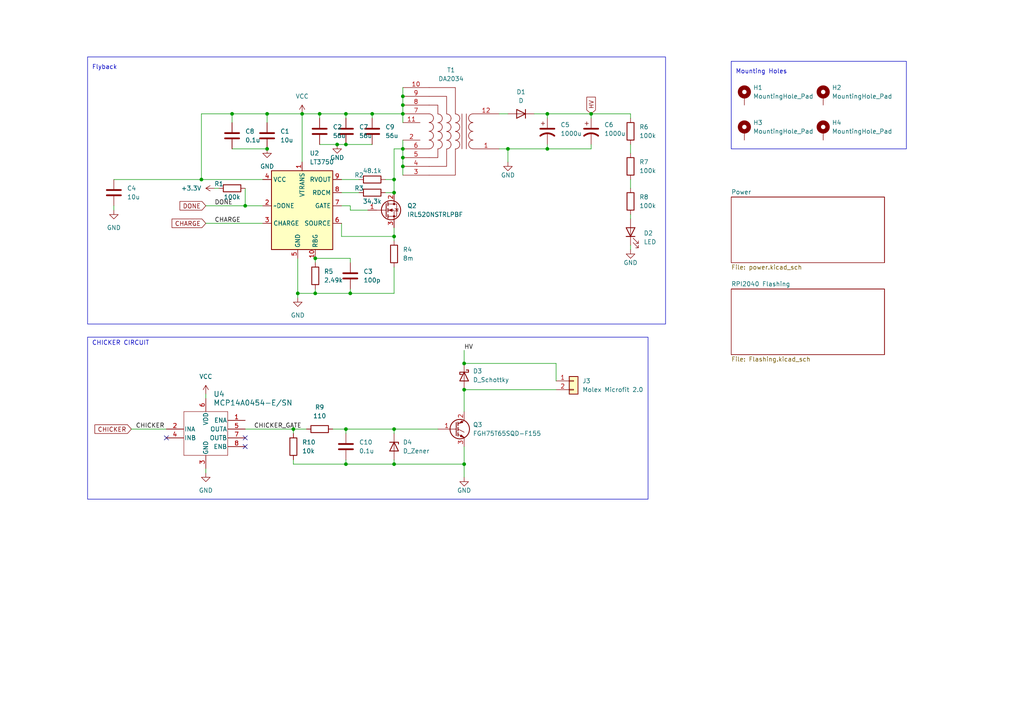
<source format=kicad_sch>
(kicad_sch (version 20230121) (generator eeschema)
  (paper "A4")
  (lib_symbols
    (symbol "Connector_Generic:Conn_01x02" (pin_names (offset 1.016) hide)
      (property "Reference" "J" (at 0 2.54 0))
      (property "Value" "Conn_01x02" (at 0 -5.08 0))
      (symbol "Conn_01x02_1_1"
        (rectangle (start -1.27 -2.413) (end 0 -2.667) (stroke (width 0.1524)))
        (rectangle (start -1.27 0.127) (end 0 -0.127) (stroke (width 0.1524)))
        (rectangle (start -1.27 1.27) (end 1.27 -3.81) (stroke (width 0.254)) (fill (type background)))
        (pin passive line (at -5.08 0 0) (length 3.81) (name "Pin_1") (number "1"))
        (pin passive line (at -5.08 -2.54 0) (length 3.81) (name "Pin_2") (number "2"))
      )
    )
    (symbol "Device:C" (pin_numbers hide) (pin_names (offset 0.254))
      (property "Reference" "C" (at 0.635 2.54 0))
      (property "Value" "C" (at 0.635 -2.54 0))
      (symbol "C_0_1"
        (polyline (pts (xy -2.032 -0.762) (xy 2.032 -0.762)) (stroke (width 0.508)))
        (polyline (pts (xy -2.032 0.762) (xy 2.032 0.762)) (stroke (width 0.508)))
      )
      (symbol "C_1_1"
        (pin passive line (at 0 3.81 270) (length 2.794) (name "~") (number "1"))
        (pin passive line (at 0 -3.81 90) (length 2.794) (name "~") (number "2"))
      )
    )
    (symbol "Device:C_Polarized_US" (pin_numbers hide) (pin_names (offset 0.254) hide)
      (property "Reference" "C" (at 0.635 2.54 0))
      (property "Value" "C_Polarized_US" (at 0.635 -2.54 0))
      (symbol "C_Polarized_US_0_1"
        (polyline (pts (xy -2.032 0.762) (xy 2.032 0.762)) (stroke (width 0.508)))
        (polyline (pts (xy -1.778 2.286) (xy -0.762 2.286)))
        (polyline (pts (xy -1.27 1.778) (xy -1.27 2.794)))
        (arc (start 2.032 -1.27) (mid 0 -0.5572) (end -2.032 -1.27) (stroke (width 0.508)))
      )
      (symbol "C_Polarized_US_1_1"
        (pin passive line (at 0 3.81 270) (length 2.794) (name "~") (number "1"))
        (pin passive line (at 0 -3.81 90) (length 3.302) (name "~") (number "2"))
      )
    )
    (symbol "Device:D" (pin_numbers hide) (pin_names (offset 1.016) hide)
      (property "Reference" "D" (at 0 2.54 0))
      (property "Value" "D" (at 0 -2.54 0))
      (symbol "D_0_1"
        (polyline (pts (xy -1.27 1.27) (xy -1.27 -1.27)) (stroke (width 0.254)))
        (polyline (pts (xy 1.27 0) (xy -1.27 0)))
        (polyline (pts (xy 1.27 1.27) (xy 1.27 -1.27) (xy -1.27 0) (xy 1.27 1.27)) (stroke (width 0.254)))
      )
      (symbol "D_1_1"
        (pin passive line (at -3.81 0 0) (length 2.54) (name "K") (number "1"))
        (pin passive line (at 3.81 0 180) (length 2.54) (name "A") (number "2"))
      )
    )
    (symbol "Device:D_Schottky" (pin_numbers hide) (pin_names (offset 1.016) hide)
      (property "Reference" "D" (at 0 2.54 0))
      (property "Value" "D_Schottky" (at 0 -2.54 0))
      (symbol "D_Schottky_0_1"
        (polyline (pts (xy 1.27 0) (xy -1.27 0)))
        (polyline (pts (xy 1.27 1.27) (xy 1.27 -1.27) (xy -1.27 0) (xy 1.27 1.27)) (stroke (width 0.254)))
        (polyline (pts (xy -1.905 0.635) (xy -1.905 1.27) (xy -1.27 1.27) (xy -1.27 -1.27) (xy -0.635 -1.27) (xy -0.635 -0.635)) (stroke (width 0.254)))
      )
      (symbol "D_Schottky_1_1"
        (pin passive line (at -3.81 0 0) (length 2.54) (name "K") (number "1"))
        (pin passive line (at 3.81 0 180) (length 2.54) (name "A") (number "2"))
      )
    )
    (symbol "Device:D_Zener" (pin_numbers hide) (pin_names (offset 1.016) hide)
      (property "Reference" "D" (at 0 2.54 0))
      (property "Value" "D_Zener" (at 0 -2.54 0))
      (symbol "D_Zener_0_1"
        (polyline (pts (xy 1.27 0) (xy -1.27 0)))
        (polyline (pts (xy -1.27 -1.27) (xy -1.27 1.27) (xy -0.762 1.27)) (stroke (width 0.254)))
        (polyline (pts (xy 1.27 -1.27) (xy 1.27 1.27) (xy -1.27 0) (xy 1.27 -1.27)) (stroke (width 0.254)))
      )
      (symbol "D_Zener_1_1"
        (pin passive line (at -3.81 0 0) (length 2.54) (name "K") (number "1"))
        (pin passive line (at 3.81 0 180) (length 2.54) (name "A") (number "2"))
      )
    )
    (symbol "Device:LED" (pin_numbers hide) (pin_names (offset 1.016) hide)
      (property "Reference" "D" (at 0 2.54 0))
      (property "Value" "LED" (at 0 -2.54 0))
      (symbol "LED_0_1"
        (polyline (pts (xy -1.27 -1.27) (xy -1.27 1.27)) (stroke (width 0.254)))
        (polyline (pts (xy -1.27 0) (xy 1.27 0)))
        (polyline (pts (xy 1.27 -1.27) (xy 1.27 1.27) (xy -1.27 0) (xy 1.27 -1.27)) (stroke (width 0.254)))
        (polyline (pts (xy -3.048 -0.762) (xy -4.572 -2.286) (xy -3.81 -2.286) (xy -4.572 -2.286) (xy -4.572 -1.524)))
        (polyline (pts (xy -1.778 -0.762) (xy -3.302 -2.286) (xy -2.54 -2.286) (xy -3.302 -2.286) (xy -3.302 -1.524)))
      )
      (symbol "LED_1_1"
        (pin passive line (at -3.81 0 0) (length 2.54) (name "K") (number "1"))
        (pin passive line (at 3.81 0 180) (length 2.54) (name "A") (number "2"))
      )
    )
    (symbol "Device:R" (pin_numbers hide) (pin_names (offset 0))
      (property "Reference" "R" (at 2.032 0 90))
      (property "Value" "R" (at 0 0 90))
      (symbol "R_0_1"
        (rectangle (start -1.016 -2.54) (end 1.016 2.54) (stroke (width 0.254)))
      )
      (symbol "R_1_1"
        (pin passive line (at 0 3.81 270) (length 1.27) (name "~") (number "1"))
        (pin passive line (at 0 -3.81 90) (length 1.27) (name "~") (number "2"))
      )
    )
    (symbol "Mechanical:MountingHole_Pad" (pin_numbers hide) (pin_names (offset 1.016) hide)
      (property "Reference" "H" (at 0 6.35 0))
      (property "Value" "MountingHole_Pad" (at 0 4.445 0))
      (symbol "MountingHole_Pad_0_1"
        (circle (center 0 1.27) (radius 1.27) (stroke (width 1.27)))
      )
      (symbol "MountingHole_Pad_1_1"
        (pin input line (at 0 -2.54 90) (length 2.54) (name "1") (number "1"))
      )
    )
    (symbol "Transistor_FET:IRFS4127" (pin_names hide)
      (property "Reference" "Q" (at 5.08 1.905 0))
      (property "Value" "IRFS4127" (at 5.08 0 0))
      (symbol "IRFS4127_0_1"
        (polyline (pts (xy 0.254 0) (xy -2.54 0)))
        (polyline (pts (xy 0.254 1.905) (xy 0.254 -1.905)) (stroke (width 0.254)))
        (polyline (pts (xy 0.762 -1.27) (xy 0.762 -2.286)) (stroke (width 0.254)))
        (polyline (pts (xy 0.762 0.508) (xy 0.762 -0.508)) (stroke (width 0.254)))
        (polyline (pts (xy 0.762 2.286) (xy 0.762 1.27)) (stroke (width 0.254)))
        (polyline (pts (xy 2.54 2.54) (xy 2.54 1.778)))
        (polyline (pts (xy 2.54 -2.54) (xy 2.54 0) (xy 0.762 0)))
        (polyline (pts (xy 0.762 -1.778) (xy 3.302 -1.778) (xy 3.302 1.778) (xy 0.762 1.778)))
        (polyline (pts (xy 1.016 0) (xy 2.032 0.381) (xy 2.032 -0.381) (xy 1.016 0)) (fill (type outline)))
        (polyline (pts (xy 2.794 0.508) (xy 2.921 0.381) (xy 3.683 0.381) (xy 3.81 0.254)))
        (polyline (pts (xy 3.302 0.381) (xy 2.921 -0.254) (xy 3.683 -0.254) (xy 3.302 0.381)))
        (circle (center 1.651 0) (radius 2.794) (stroke (width 0.254)))
        (circle (center 2.54 -1.778) (radius 0.254) (fill (type outline)))
        (circle (center 2.54 1.778) (radius 0.254) (fill (type outline)))
      )
      (symbol "IRFS4127_1_1"
        (pin passive line (at -5.08 0 0) (length 2.54) (name "G") (number "1"))
        (pin passive line (at 2.54 5.08 270) (length 2.54) (name "D") (number "2"))
        (pin passive line (at 2.54 -5.08 90) (length 2.54) (name "S") (number "3"))
      )
    )
    (symbol "Transistor_IGBT:IRG4PF50W" (pin_names (offset 0) hide)
      (property "Reference" "Q" (at 5.08 1.905 0))
      (property "Value" "IRG4PF50W" (at 5.08 0 0))
      (symbol "IRG4PF50W_0_1"
        (polyline (pts (xy 0 0) (xy 0.254 0)))
        (polyline (pts (xy 0.762 -1.016) (xy 0.762 -2.032)) (stroke (width 0.254)))
        (polyline (pts (xy 0.762 0.508) (xy 0.762 -0.508)) (stroke (width 0.254)))
        (polyline (pts (xy 0.762 2.032) (xy 0.762 1.016)) (stroke (width 0.254)))
        (polyline (pts (xy 2.54 -2.413) (xy 0.762 -1.524)))
        (polyline (pts (xy 2.54 -0.889) (xy 0.762 0)))
        (polyline (pts (xy 2.54 2.413) (xy 0.762 1.524)))
        (polyline (pts (xy 0.254 1.905) (xy 0.254 -1.905) (xy 0.254 -1.905)) (stroke (width 0.254)))
        (polyline (pts (xy 1.397 -2.159) (xy 1.651 -1.651) (xy 2.54 -2.413) (xy 1.397 -2.159)) (fill (type outline)))
        (polyline (pts (xy 2.159 1.905) (xy 1.905 2.413) (xy 1.016 1.651) (xy 2.159 1.905)) (fill (type outline)))
        (circle (center 1.27 0) (radius 2.8194) (stroke (width 0.254)))
      )
      (symbol "IRG4PF50W_1_1"
        (pin input line (at -5.08 0 0) (length 5.08) (name "G") (number "1"))
        (pin passive line (at 2.54 5.08 270) (length 2.54) (name "C") (number "2"))
        (pin passive line (at 2.54 -5.08 90) (length 2.54) (name "E") (number "3"))
      )
    )
    (symbol "bots:DA2034" (pin_names (offset 1.016) hide)
      (property "Reference" "T" (at 0 6.35 0))
      (property "Value" "DA2034" (at 10.16 8.89 0))
      (symbol "DA2034_0_1"
        (arc (start -10.16 -5.0546) (mid -9.2761 -4.6863) (end -8.89 -3.81))
        (arc (start -10.16 -2.5146) (mid -9.2761 -2.1463) (end -8.89 -1.27))
        (arc (start -10.16 0.0254) (mid -9.2761 0.3937) (end -8.89 1.27))
        (arc (start -10.16 2.5654) (mid -9.2761 2.9337) (end -8.89 3.81))
        (arc (start -8.89 -3.81) (mid -9.262 -2.912) (end -10.16 -2.54))
        (arc (start -8.89 -1.27) (mid -9.262 -0.372) (end -10.16 0))
        (arc (start -8.89 1.27) (mid -9.262 2.168) (end -10.16 2.54))
        (arc (start -8.89 3.81) (mid -9.262 4.708) (end -10.16 5.08))
        (arc (start -7.6116 -5.0716) (mid -6.7226 -4.7162) (end -6.3233 -3.8459))
        (arc (start -7.6017 -2.5589) (mid -6.7178 -2.1906) (end -6.3317 -1.3143))
        (arc (start -7.6017 -0.0189) (mid -6.7178 0.3494) (end -6.3317 1.2257))
        (arc (start -7.6017 2.5211) (mid -6.7178 2.8894) (end -6.3317 3.7657))
        (arc (start -6.3416 -3.8016) (mid -6.716 -2.906) (end -7.6116 -2.5316))
        (arc (start -6.3317 -1.3143) (mid -6.7037 -0.4163) (end -7.6017 -0.0443))
        (arc (start -6.3317 1.2257) (mid -6.7037 2.1237) (end -7.6017 2.4957))
        (arc (start -6.3317 3.7657) (mid -6.7037 4.6637) (end -7.6017 5.0357))
        (arc (start -5.0617 -5.0989) (mid -4.1778 -4.7306) (end -3.7917 -3.8543))
        (arc (start -5.0617 -2.5589) (mid -4.1778 -2.1906) (end -3.7917 -1.3143))
        (arc (start -5.0617 -0.0189) (mid -4.1778 0.3494) (end -3.7917 1.2257))
        (arc (start -5.0617 2.5211) (mid -4.1778 2.8894) (end -3.7917 3.7657))
        (arc (start -3.7917 -3.8543) (mid -4.1637 -2.9563) (end -5.0617 -2.5843))
        (arc (start -3.7917 -1.3143) (mid -4.1637 -0.4163) (end -5.0617 -0.0443))
        (arc (start -3.7917 1.2257) (mid -4.1637 2.1237) (end -5.0617 2.4957))
        (arc (start -3.7917 3.7657) (mid -4.1637 4.6637) (end -5.0617 5.0357))
        (arc (start -2.5217 -5.0989) (mid -1.6378 -4.7306) (end -1.2517 -3.8543))
        (arc (start -2.5217 -2.5589) (mid -1.6378 -2.1906) (end -1.2517 -1.3143))
        (arc (start -2.5217 -0.0189) (mid -1.6378 0.3494) (end -1.2517 1.2257))
        (arc (start -2.5217 2.5211) (mid -1.6378 2.8894) (end -1.2517 3.7657))
        (arc (start -1.2517 -3.8543) (mid -1.6237 -2.9563) (end -2.5217 -2.5843))
        (arc (start -1.2517 -1.3143) (mid -1.6237 -0.4163) (end -2.5217 -0.0443))
        (arc (start -1.2517 1.2257) (mid -1.6237 2.1237) (end -2.5217 2.4957))
        (arc (start -1.2517 3.7657) (mid -1.6237 4.6637) (end -2.5217 5.0357))
        (polyline (pts (xy -0.635 5.08) (xy -0.635 -5.08)))
        (polyline (pts (xy 0.635 -5.08) (xy 0.635 5.08)))
        (polyline (pts (xy -10.16 -12.7) (xy -2.54 -12.7) (xy -2.54 -5.08)))
        (polyline (pts (xy -10.16 -7.62) (xy -7.62 -7.62) (xy -7.62 -5.08)))
        (polyline (pts (xy -10.16 7.62) (xy -7.62 7.62) (xy -7.62 5.08)))
        (polyline (pts (xy -10.16 12.7) (xy -2.54 12.7) (xy -2.54 5.08)))
        (polyline (pts (xy -5.08 -5.08) (xy -5.08 -10.16) (xy -10.16 -10.16)))
        (polyline (pts (xy -5.08 5.08) (xy -5.08 10.16) (xy -10.16 10.16)))
        (arc (start 1.2954 -1.27) (mid 1.6599 -2.1501) (end 2.54 -2.5146))
        (arc (start 1.2954 1.27) (mid 1.6599 0.3899) (end 2.54 0.0254))
        (arc (start 1.2954 3.81) (mid 1.6599 2.9299) (end 2.54 2.5654))
        (arc (start 1.3208 -3.81) (mid 1.6853 -4.6901) (end 2.5654 -5.0546))
        (arc (start 2.54 0) (mid 1.642 -0.372) (end 1.2954 -1.27))
        (arc (start 2.54 2.54) (mid 1.642 2.168) (end 1.2954 1.27))
        (arc (start 2.54 5.08) (mid 1.642 4.708) (end 1.2954 3.81))
        (arc (start 2.5654 -2.54) (mid 1.6674 -2.912) (end 1.3208 -3.81))
      )
      (symbol "DA2034_1_1"
        (pin passive line (at 10.16 -5.08 180) (length 7.62) (name "SB") (number "1"))
        (pin passive line (at -17.78 12.7 0) (length 7.62) (name "AA") (number "10"))
        (pin passive line (at -17.78 2.54 0) (length 5) (name "AA") (number "11"))
        (pin passive line (at 10.16 5.08 180) (length 7.62) (name "SB") (number "12"))
        (pin passive line (at -17.78 -2.54 0) (length 5) (name "AA") (number "2"))
        (pin passive line (at -17.78 -12.7 0) (length 7.62) (name "AB") (number "3"))
        (pin passive line (at -17.78 -10.16 0) (length 7.62) (name "AB") (number "4"))
        (pin passive line (at -17.78 -7.62 0) (length 7.62) (name "AB") (number "5"))
        (pin passive line (at -17.78 -5.08 0) (length 7.62) (name "AA") (number "6"))
        (pin passive line (at -17.78 5.08 0) (length 7.62) (name "AA") (number "7"))
        (pin passive line (at -17.78 7.62 0) (length 7.62) (name "AA") (number "8"))
        (pin passive line (at -17.78 10.16 0) (length 7.62) (name "AA") (number "9"))
      )
    )
    (symbol "bots:LT3750"
      (property "Reference" "U1" (at 2.54 13.97 0))
      (property "Value" "LT3750" (at 2.54 11.43 0))
      (symbol "LT3750_0_1"
        (rectangle (start -7.62 10.16) (end 10.16 -12.7) (stroke (width 0.254)) (fill (type background)))
      )
      (symbol "LT3750_1_1"
        (pin output line (at 1.27 12.7 270) (length 2.54) (name "VTRANS") (number "1"))
        (pin input line (at 5.08 -15.24 90) (length 2.54) (name "RBG") (number "10"))
        (pin input line (at -10.16 0 0) (length 2.54) (name "~DONE") (number "2"))
        (pin input line (at -10.16 -5.08 0) (length 2.54) (name "CHARGE") (number "3"))
        (pin power_in line (at -10.16 7.62 0) (length 2.54) (name "VCC") (number "4"))
        (pin power_in line (at 0 -15.24 90) (length 2.54) (name "GND") (number "5"))
        (pin input line (at 12.7 -5.08 180) (length 2.54) (name "SOURCE") (number "6"))
        (pin output line (at 12.7 0 180) (length 2.54) (name "GATE") (number "7"))
        (pin input line (at 12.7 3.81 180) (length 2.54) (name "RDCM") (number "8"))
        (pin input line (at 12.7 7.62 180) (length 2.54) (name "RVOUT") (number "9"))
      )
    )
    (symbol "bots:MCP14A0454-E_SN" (pin_names (offset 0.254))
      (property "Reference" "U" (at 20.32 10.16 0))
      (property "Value" "MCP14A0454-E/SN" (at 20.32 7.62 0))
      (symbol "MCP14A0454-E_SN_0_1"
        (polyline (pts (xy 7.62 -8.89) (xy 20.32 -8.89)) (stroke (width 0.127)))
        (polyline (pts (xy 7.62 3.81) (xy 7.62 -8.89)) (stroke (width 0.127)))
        (polyline (pts (xy 20.32 -8.89) (xy 20.32 3.81)) (stroke (width 0.127)))
        (polyline (pts (xy 20.32 3.81) (xy 7.62 3.81)) (stroke (width 0.127)))
      )
      (symbol "MCP14A0454-E_SN_1_1"
        (pin input line (at 25.4 1.27 180) (length 4.99) (name "ENA") (number "1"))
        (pin input line (at 2.54 -1.27 0) (length 4.95) (name "INA") (number "2"))
        (pin power_out line (at 13.97 -12.7 90) (length 3.75) (name "GND") (number "3"))
        (pin input line (at 2.54 -3.81 0) (length 4.95) (name "INB") (number "4"))
        (pin output line (at 25.4 -1.27 180) (length 4.99) (name "OUTA") (number "5"))
        (pin power_in line (at 13.97 7.62 270) (length 3.75) (name "VDD") (number "6"))
        (pin output line (at 25.4 -3.81 180) (length 4.99) (name "OUTB") (number "7"))
        (pin input line (at 25.4 -6.35 180) (length 4.99) (name "ENB") (number "8"))
      )
    )
    (symbol "power:+3.3V" (power) (pin_names (offset 0))
      (property "Value" "+3.3V" (at 0 3.556 0))
      (symbol "+3.3V_0_1"
        (polyline (pts (xy -0.762 1.27) (xy 0 2.54)))
        (polyline (pts (xy 0 0) (xy 0 2.54)))
        (polyline (pts (xy 0 2.54) (xy 0.762 1.27)))
      )
      (symbol "+3.3V_1_1"
        (pin power_in line (at 0 0 90) (length 0) hide (name "+3.3V") (number "1"))
      )
    )
    (symbol "power:GND" (power) (pin_names (offset 0))
      (property "Value" "GND" (at 0 -3.81 0))
      (symbol "GND_0_1"
        (polyline (pts (xy 0 0) (xy 0 -1.27) (xy 1.27 -1.27) (xy 0 -2.54) (xy -1.27 -1.27) (xy 0 -1.27)))
      )
      (symbol "GND_1_1"
        (pin power_in line (at 0 0 270) (length 0) hide (name "GND") (number "1"))
      )
    )
    (symbol "power:VCC" (power) (pin_names (offset 0))
      (property "Value" "VCC" (at 0 3.81 0))
      (symbol "VCC_0_1"
        (polyline (pts (xy -0.762 1.27) (xy 0 2.54)))
        (polyline (pts (xy 0 0) (xy 0 2.54)))
        (polyline (pts (xy 0 2.54) (xy 0.762 1.27)))
      )
      (symbol "VCC_1_1"
        (pin power_in line (at 0 0 90) (length 0) hide (name "VCC") (number "1"))
      )
    )
  )
  (junction (at 77.47 33.02))
  (junction (at 100.33 33.02))
  (junction (at 134.62 113.03))
  (junction (at 114.3 52.07))
  (junction (at 77.47 43.18))
  (junction (at 147.32 43.18))
  (junction (at 158.75 33.02))
  (junction (at 86.36 85.09))
  (junction (at 101.6 85.09))
  (junction (at 100.33 41.91))
  (junction (at 58.42 52.07))
  (junction (at 71.12 59.69))
  (junction (at 91.44 85.09))
  (junction (at 100.33 134.62))
  (junction (at 116.84 30.48))
  (junction (at 114.3 55.88))
  (junction (at 116.84 45.72))
  (junction (at 91.44 74.93))
  (junction (at 158.75 43.18))
  (junction (at 114.3 124.46))
  (junction (at 85.09 124.46))
  (junction (at 114.3 68.58))
  (junction (at 67.31 33.02))
  (junction (at 134.62 105.41))
  (junction (at 116.84 33.02))
  (junction (at 116.84 48.26))
  (junction (at 116.84 43.18))
  (junction (at 92.71 33.02))
  (junction (at 107.95 33.02))
  (junction (at 87.63 33.02))
  (junction (at 97.79 41.91))
  (junction (at 134.62 134.62))
  (junction (at 116.84 27.94))
  (junction (at 171.45 33.02))
  (junction (at 100.33 124.46))
  (junction (at 114.3 134.62))
  (no_connect (at 71.12 129.54))
  (no_connect (at 48.26 127))
  (no_connect (at 71.12 127))
  (wire (pts (xy 101.6 85.09) (xy 114.3 85.09)))
  (wire (pts (xy 158.75 33.02) (xy 171.45 33.02)))
  (wire (pts (xy 100.33 33.02) (xy 100.33 34.29)))
  (wire (pts (xy 134.62 101.6) (xy 134.62 105.41)))
  (wire (pts (xy 100.33 133.35) (xy 100.33 134.62)))
  (wire (pts (xy 114.3 134.62) (xy 134.62 134.62)))
  (wire (pts (xy 33.02 52.07) (xy 58.42 52.07)))
  (wire (pts (xy 171.45 41.91) (xy 171.45 43.18)))
  (wire (pts (xy 59.69 59.69) (xy 71.12 59.69)))
  (wire (pts (xy 182.88 34.29) (xy 182.88 33.02)))
  (wire (pts (xy 100.33 124.46) (xy 114.3 124.46)))
  (wire (pts (xy 58.42 33.02) (xy 58.42 52.07)))
  (wire (pts (xy 171.45 34.29) (xy 171.45 33.02)))
  (wire (pts (xy 99.06 52.07) (xy 104.14 52.07)))
  (wire (pts (xy 99.06 55.88) (xy 104.14 55.88)))
  (wire (pts (xy 99.06 68.58) (xy 99.06 64.77)))
  (wire (pts (xy 154.94 33.02) (xy 158.75 33.02)))
  (wire (pts (xy 71.12 54.61) (xy 71.12 59.69)))
  (wire (pts (xy 116.84 48.26) (xy 116.84 50.8)))
  (wire (pts (xy 114.3 133.35) (xy 114.3 134.62)))
  (wire (pts (xy 107.95 33.02) (xy 107.95 34.29)))
  (wire (pts (xy 59.69 135.89) (xy 59.69 137.16)))
  (wire (pts (xy 161.29 113.03) (xy 134.62 113.03)))
  (wire (pts (xy 71.12 124.46) (xy 85.09 124.46)))
  (wire (pts (xy 100.33 134.62) (xy 114.3 134.62)))
  (wire (pts (xy 116.84 25.4) (xy 116.84 27.94)))
  (wire (pts (xy 67.31 33.02) (xy 58.42 33.02)))
  (wire (pts (xy 144.78 33.02) (xy 147.32 33.02)))
  (wire (pts (xy 85.09 124.46) (xy 85.09 125.73)))
  (wire (pts (xy 85.09 134.62) (xy 100.33 134.62)))
  (wire (pts (xy 158.75 43.18) (xy 147.32 43.18)))
  (wire (pts (xy 116.84 30.48) (xy 116.84 33.02)))
  (wire (pts (xy 59.69 114.3) (xy 59.69 115.57)))
  (wire (pts (xy 171.45 43.18) (xy 158.75 43.18)))
  (wire (pts (xy 114.3 124.46) (xy 127 124.46)))
  (wire (pts (xy 88.9 124.46) (xy 85.09 124.46)))
  (wire (pts (xy 77.47 33.02) (xy 87.63 33.02)))
  (wire (pts (xy 161.29 105.41) (xy 161.29 110.49)))
  (wire (pts (xy 86.36 85.09) (xy 86.36 86.36)))
  (wire (pts (xy 71.12 59.69) (xy 76.2 59.69)))
  (wire (pts (xy 134.62 134.62) (xy 134.62 138.43)))
  (wire (pts (xy 101.6 59.69) (xy 99.06 59.69)))
  (wire (pts (xy 182.88 62.23) (xy 182.88 63.5)))
  (wire (pts (xy 116.84 27.94) (xy 116.84 30.48)))
  (wire (pts (xy 114.3 52.07) (xy 114.3 55.88)))
  (wire (pts (xy 91.44 83.82) (xy 91.44 85.09)))
  (wire (pts (xy 99.06 68.58) (xy 114.3 68.58)))
  (wire (pts (xy 92.71 41.91) (xy 97.79 41.91)))
  (wire (pts (xy 114.3 68.58) (xy 114.3 66.04)))
  (wire (pts (xy 158.75 41.91) (xy 158.75 43.18)))
  (wire (pts (xy 144.78 43.18) (xy 147.32 43.18)))
  (wire (pts (xy 147.32 43.18) (xy 147.32 46.99)))
  (wire (pts (xy 161.29 105.41) (xy 134.62 105.41)))
  (wire (pts (xy 111.76 52.07) (xy 114.3 52.07)))
  (wire (pts (xy 114.3 43.18) (xy 114.3 52.07)))
  (wire (pts (xy 182.88 71.12) (xy 182.88 72.39)))
  (wire (pts (xy 38.1 124.46) (xy 48.26 124.46)))
  (wire (pts (xy 67.31 33.02) (xy 77.47 33.02)))
  (wire (pts (xy 86.36 74.93) (xy 86.36 85.09)))
  (wire (pts (xy 58.42 52.07) (xy 76.2 52.07)))
  (wire (pts (xy 33.02 60.96) (xy 33.02 59.69)))
  (wire (pts (xy 182.88 52.07) (xy 182.88 54.61)))
  (wire (pts (xy 97.79 41.91) (xy 100.33 41.91)))
  (wire (pts (xy 114.3 77.47) (xy 114.3 85.09)))
  (wire (pts (xy 134.62 113.03) (xy 134.62 119.38)))
  (wire (pts (xy 101.6 60.96) (xy 101.6 59.69)))
  (wire (pts (xy 116.84 33.02) (xy 116.84 35.56)))
  (wire (pts (xy 101.6 83.82) (xy 101.6 85.09)))
  (wire (pts (xy 100.33 33.02) (xy 107.95 33.02)))
  (wire (pts (xy 182.88 41.91) (xy 182.88 44.45)))
  (wire (pts (xy 86.36 85.09) (xy 91.44 85.09)))
  (wire (pts (xy 114.3 43.18) (xy 116.84 43.18)))
  (wire (pts (xy 96.52 124.46) (xy 100.33 124.46)))
  (wire (pts (xy 158.75 33.02) (xy 158.75 34.29)))
  (wire (pts (xy 91.44 74.93) (xy 101.6 74.93)))
  (wire (pts (xy 116.84 40.64) (xy 116.84 43.18)))
  (wire (pts (xy 77.47 33.02) (xy 77.47 35.56)))
  (wire (pts (xy 85.09 133.35) (xy 85.09 134.62)))
  (wire (pts (xy 111.76 55.88) (xy 114.3 55.88)))
  (wire (pts (xy 59.69 64.77) (xy 76.2 64.77)))
  (wire (pts (xy 87.63 33.02) (xy 87.63 46.99)))
  (wire (pts (xy 101.6 74.93) (xy 101.6 76.2)))
  (wire (pts (xy 114.3 125.73) (xy 114.3 124.46)))
  (wire (pts (xy 92.71 33.02) (xy 100.33 33.02)))
  (wire (pts (xy 107.95 33.02) (xy 116.84 33.02)))
  (wire (pts (xy 62.23 54.61) (xy 63.5 54.61)))
  (wire (pts (xy 87.63 33.02) (xy 92.71 33.02)))
  (wire (pts (xy 67.31 43.18) (xy 77.47 43.18)))
  (wire (pts (xy 114.3 68.58) (xy 114.3 69.85)))
  (wire (pts (xy 116.84 43.18) (xy 116.84 45.72)))
  (wire (pts (xy 91.44 85.09) (xy 101.6 85.09)))
  (wire (pts (xy 134.62 129.54) (xy 134.62 134.62)))
  (wire (pts (xy 67.31 35.56) (xy 67.31 33.02)))
  (wire (pts (xy 100.33 41.91) (xy 107.95 41.91)))
  (wire (pts (xy 171.45 33.02) (xy 182.88 33.02)))
  (wire (pts (xy 116.84 45.72) (xy 116.84 48.26)))
  (wire (pts (xy 100.33 124.46) (xy 100.33 125.73)))
  (wire (pts (xy 91.44 74.93) (xy 91.44 76.2)))
  (wire (pts (xy 92.71 33.02) (xy 92.71 34.29)))
  (wire (pts (xy 101.6 60.96) (xy 106.68 60.96)))
  (rectangle (start 25.4 97.79) (end 187.96 144.78))
  (rectangle (start 25.4 16.51) (end 193.04 93.98))
  (rectangle (start 212.09 17.78) (end 262.89 43.18))
  (text "Flyback" (at 26.67 20.32 0) (effects (font (size 1.27 1.27)) (justify left bottom)))
  (text "Mounting Holes" (at 213.36 21.59 0) (effects (font (size 1.27 1.27)) (justify left bottom)))
  (text "CHICKER CIRCUIT" (at 26.67 100.33 0) (effects (font (size 1.27 1.27)) (justify left bottom)))
  (label "HV" (at 134.62 101.6 0))
  (label "CHICKER" (at 39.37 124.46 0))
  (label "CHICKER_GATE" (at 73.66 124.46 0))
  (label "DONE" (at 62.23 59.69 0))
  (label "CHARGE" (at 62.23 64.77 0))
  (global_label "DONE" (shape input) (at 59.69 59.69 180) (property "Intersheetrefs" "${INTERSHEET_REFS}" (effects hide)))
  (global_label "CHARGE" (shape input) (at 59.69 64.77 180) (property "Intersheetrefs" "${INTERSHEET_REFS}" (effects hide)))
  (global_label "CHICKER" (shape input) (at 38.1 124.46 180) (property "Intersheetrefs" "${INTERSHEET_REFS}" (effects hide)))
  (global_label "HV" (shape input) (at 171.45 33.02 90) (property "Intersheetrefs" "${INTERSHEET_REFS}" (effects hide)))
  (symbol (lib_id "Device:C") (at 101.6 80.01 0) (unit 1)
    (property "Reference" "C3" (at 105.41 78.74 0) (effects (justify left)))
    (property "Value" "100p" (at 105.41 81.28 0) (effects (justify left)))
    (property "Footprint" "Capacitor_SMD:C_0603_1608Metric" (effects hide))
  )
  (symbol (lib_id "Device:R") (at 107.95 55.88 90) (unit 1)
    (property "Reference" "R3" (at 104.14 54.61 90))
    (property "Value" "34.3k" (at 107.95 58.42 90))
    (property "Footprint" "Resistor_SMD:R_0603_1608Metric" (effects hide))
  )
  (symbol (lib_id "power:GND") (at 59.69 137.16 0) (unit 1)
    (property "Reference" "#PWR021" (effects hide))
    (property "Value" "GND" (at 59.69 142.24 0))
  )
  (symbol (lib_id "power:GND") (at 33.02 60.96 0) (unit 1)
    (property "Reference" "#PWR02" (effects hide))
    (property "Value" "GND" (at 33.02 66.04 0))
  )
  (symbol (lib_id "Device:R") (at 91.44 80.01 180) (unit 1)
    (property "Reference" "R5" (at 93.98 78.74 0) (effects (justify right)))
    (property "Value" "2.49k" (at 93.98 81.28 0) (effects (justify right)))
    (property "Footprint" "Resistor_SMD:R_0603_1608Metric" (effects hide))
  )
  (symbol (lib_id "Device:D_Schottky") (at 134.62 109.22 270) (unit 1)
    (property "Reference" "D3" (at 137.16 107.6325 90) (effects (justify left)))
    (property "Value" "D_Schottky" (at 137.16 110.1725 90) (effects (justify left)))
    (property "Footprint" "Diode_SMD:D_SMC" (effects hide))
  )
  (symbol (lib_id "power:VCC") (at 87.63 33.02 0) (unit 1)
    (property "Reference" "#PWR09" (effects hide))
    (property "Value" "VCC" (at 87.63 27.94 0))
  )
  (symbol (lib_id "Device:R") (at 182.88 38.1 180) (unit 1)
    (property "Reference" "R6" (at 185.42 36.83 0) (effects (justify right)))
    (property "Value" "100k" (at 185.42 39.37 0) (effects (justify right)))
    (property "Footprint" "Resistor_SMD:R_0603_1608Metric" (effects hide))
  )
  (symbol (lib_id "power:+3.3V") (at 62.23 54.61 90) (unit 1)
    (property "Reference" "#PWR012" (effects hide))
    (property "Value" "+3.3V" (at 58.42 54.61 90) (effects (justify left)))
  )
  (symbol (lib_id "Device:C_Polarized_US") (at 171.45 38.1 0) (unit 1)
    (property "Reference" "C6" (at 175.26 36.195 0) (effects (justify left)))
    (property "Value" "1000u" (at 175.26 38.735 0) (effects (justify left)))
    (property "Footprint" "Capacitor_THT:CP_Radial_D25.0mm_P10.00mm_SnapIn" (effects hide))
  )
  (symbol (lib_id "Connector_Generic:Conn_01x02") (at 166.37 110.49 0) (unit 1)
    (property "Reference" "J3" (at 168.91 110.49 0) (effects (justify left)))
    (property "Value" "Molex Microfit 2.0" (at 168.91 113.03 0) (effects (justify left)))
    (property "Footprint" "Connector_Molex:Molex_KK-396_A-41792-0002_1x02_P3.96mm_Horizontal" (effects hide))
  )
  (symbol (lib_id "power:GND") (at 134.62 138.43 0) (unit 1)
    (property "Reference" "#PWR010" (effects hide))
    (property "Value" "GND" (at 134.62 142.24 0))
  )
  (symbol (lib_id "power:GND") (at 86.36 86.36 0) (unit 1)
    (property "Reference" "#PWR03" (effects hide))
    (property "Value" "GND" (at 86.36 91.44 0))
  )
  (symbol (lib_id "Device:C_Polarized_US") (at 158.75 38.1 0) (unit 1)
    (property "Reference" "C5" (at 162.56 36.195 0) (effects (justify left)))
    (property "Value" "1000u" (at 162.56 38.735 0) (effects (justify left)))
    (property "Footprint" "Capacitor_THT:CP_Radial_D25.0mm_P10.00mm_SnapIn" (effects hide))
  )
  (symbol (lib_id "power:GND") (at 182.88 72.39 0) (unit 1)
    (property "Reference" "#PWR07" (effects hide))
    (property "Value" "GND" (at 182.88 76.2 0))
  )
  (symbol (lib_id "power:GND") (at 77.47 43.18 0) (unit 1)
    (property "Reference" "#PWR05" (effects hide))
    (property "Value" "GND" (at 77.47 48.26 0))
  )
  (symbol (lib_id "power:VCC") (at 59.69 114.3 0) (unit 1)
    (property "Reference" "#PWR020" (effects hide))
    (property "Value" "VCC" (at 59.69 109.22 0))
  )
  (symbol (lib_id "Transistor_IGBT:IRG4PF50W") (at 132.08 124.46 0) (unit 1)
    (property "Reference" "Q3" (at 137.16 123.19 0) (effects (justify left)))
    (property "Value" "FGH75T65SQD-F155" (at 137.16 125.73 0) (effects (justify left)))
    (property "Footprint" "Package_TO_SOT_THT:TO-247-3_Vertical" (effects hide))
    (property "Datasheet" "http://www.irf.com/product-info/datasheets/data/irg4pf50w.pdf" (effects hide))
  )
  (symbol (lib_id "Device:C") (at 107.95 38.1 0) (unit 1)
    (property "Reference" "C9" (at 111.76 36.83 0) (effects (justify left)))
    (property "Value" "56u" (at 111.76 39.37 0) (effects (justify left)))
    (property "Footprint" "Capacitor_SMD:C_0805_2012Metric" (effects hide))
  )
  (symbol (lib_id "Device:C") (at 100.33 129.54 0) (unit 1)
    (property "Reference" "C10" (at 104.14 128.27 0) (effects (justify left)))
    (property "Value" "0.1u" (at 104.14 130.81 0) (effects (justify left)))
    (property "Footprint" "Capacitor_SMD:C_0603_1608Metric" (effects hide))
  )
  (symbol (lib_id "Transistor_FET:IRFS4127") (at 111.76 60.96 0) (unit 1)
    (property "Reference" "Q2" (at 118.11 59.69 0) (effects (justify left)))
    (property "Value" "IRL520NSTRLPBF" (at 118.11 62.23 0) (effects (justify left)))
    (property "Footprint" "Package_TO_SOT_SMD:TO-263-2" (effects hide))
    (property "Datasheet" "https://www.infineon.com/dgdl/irfs4127pbf.pdf?fileId=5546d462533600a401535636ee7b2192" (effects hide))
  )
  (symbol (lib_id "power:GND") (at 97.79 41.91 0) (unit 1)
    (property "Reference" "#PWR04" (effects hide))
    (property "Value" "GND" (at 97.79 45.72 0))
  )
  (symbol (lib_id "bots:DA2034") (at 134.62 38.1 0) (unit 1)
    (property "Reference" "T1" (at 130.8227 20.32 0))
    (property "Value" "DA2034" (at 130.8227 22.86 0))
    (property "Footprint" "DA2034:SOIC12_DA2034-ALD_COC" (effects hide))
  )
  (symbol (lib_id "Device:D_Zener") (at 114.3 129.54 270) (unit 1)
    (property "Reference" "D4" (at 116.84 128.27 90) (effects (justify left)))
    (property "Value" "D_Zener" (at 116.84 130.81 90) (effects (justify left)))
    (property "Footprint" "Diode_SMD:D_SMA" (effects hide))
  )
  (symbol (lib_id "Device:R") (at 107.95 52.07 90) (unit 1)
    (property "Reference" "R2" (at 104.14 50.8 90))
    (property "Value" "48.1k" (at 107.95 49.53 90))
    (property "Footprint" "Resistor_SMD:R_0603_1608Metric" (effects hide))
  )
  (symbol (lib_id "Device:R") (at 92.71 124.46 270) (unit 1)
    (property "Reference" "R9" (at 92.71 118.11 90))
    (property "Value" "110" (at 92.71 120.65 90))
    (property "Footprint" "Resistor_SMD:R_0603_1608Metric" (effects hide))
  )
  (symbol (lib_id "Device:R") (at 114.3 73.66 180) (unit 1)
    (property "Reference" "R4" (at 116.84 72.39 0) (effects (justify right)))
    (property "Value" "8m" (at 116.84 74.93 0) (effects (justify right)))
    (property "Footprint" "Resistor_SMD:R_1206_3216Metric" (effects hide))
  )
  (symbol (lib_id "Mechanical:MountingHole_Pad") (at 215.9 38.1 0) (unit 1)
    (property "Reference" "H3" (at 218.44 35.56 0) (effects (justify left)))
    (property "Value" "MountingHole_Pad" (at 218.44 38.1 0) (effects (justify left)))
    (property "Footprint" "MountingHole:MountingHole_2.7mm_M2.5_DIN965_Pad" (effects hide))
  )
  (symbol (lib_id "bots:LT3750") (at 86.36 59.69 0) (unit 1)
    (property "Reference" "U2" (at 89.8241 44.45 0) (effects (justify left)))
    (property "Value" "LT3750" (at 89.8241 46.99 0) (effects (justify left)))
    (property "Footprint" "Package_DFN_QFN:DFN-10-1EP_3x3mm_P0.5mm_EP1.55x2.48mm" (effects hide))
    (property "Datasheet" "https://www.analog.com/media/en/technical-documentation/data-sheets/3757Afe.pdf" (effects hide))
  )
  (symbol (lib_id "Device:C") (at 67.31 39.37 0) (unit 1)
    (property "Reference" "C8" (at 71.12 38.1 0) (effects (justify left)))
    (property "Value" "0.1u" (at 71.12 40.64 0) (effects (justify left)))
    (property "Footprint" "Capacitor_SMD:C_0603_1608Metric" (effects hide))
  )
  (symbol (lib_id "Device:R") (at 182.88 48.26 180) (unit 1)
    (property "Reference" "R7" (at 185.42 46.99 0) (effects (justify right)))
    (property "Value" "100k" (at 185.42 49.53 0) (effects (justify right)))
    (property "Footprint" "Resistor_SMD:R_0603_1608Metric" (effects hide))
  )
  (symbol (lib_id "Device:C") (at 100.33 38.1 0) (unit 1)
    (property "Reference" "C7" (at 104.14 36.83 0) (effects (justify left)))
    (property "Value" "56u" (at 104.14 39.37 0) (effects (justify left)))
    (property "Footprint" "Capacitor_SMD:C_0805_2012Metric" (effects hide))
  )
  (symbol (lib_id "Device:C") (at 92.71 38.1 0) (unit 1)
    (property "Reference" "C2" (at 96.52 36.83 0) (effects (justify left)))
    (property "Value" "56u" (at 96.52 39.37 0) (effects (justify left)))
    (property "Footprint" "Capacitor_SMD:C_0805_2012Metric" (effects hide))
  )
  (symbol (lib_id "Device:D") (at 151.13 33.02 180) (unit 1)
    (property "Reference" "D1" (at 151.13 26.67 0))
    (property "Value" "D" (at 151.13 29.21 0))
    (property "Footprint" "Diode_SMD:D_SMB" (effects hide))
    (property "Sim.Device" "D" (effects hide))
    (property "Sim.Pins" "1=K 2=A" (effects hide))
  )
  (symbol (lib_id "Device:C") (at 77.47 39.37 0) (unit 1)
    (property "Reference" "C1" (at 81.28 38.1 0) (effects (justify left)))
    (property "Value" "10u" (at 81.28 40.64 0) (effects (justify left)))
    (property "Footprint" "Capacitor_SMD:C_0805_2012Metric" (effects hide))
  )
  (symbol (lib_id "Device:LED") (at 182.88 67.31 90) (unit 1)
    (property "Reference" "D2" (at 186.69 67.6275 90) (effects (justify right)))
    (property "Value" "LED" (at 186.69 70.1675 90) (effects (justify right)))
    (property "Footprint" "LED_SMD:LED_1206_3216Metric" (effects hide))
  )
  (symbol (lib_id "Device:C") (at 33.02 55.88 0) (unit 1)
    (property "Reference" "C4" (at 36.83 54.61 0) (effects (justify left)))
    (property "Value" "10u" (at 36.83 57.15 0) (effects (justify left)))
    (property "Footprint" "Capacitor_SMD:C_0805_2012Metric" (effects hide))
  )
  (symbol (lib_id "Device:R") (at 85.09 129.54 0) (unit 1)
    (property "Reference" "R10" (at 87.63 128.27 0) (effects (justify left)))
    (property "Value" "10k" (at 87.63 130.81 0) (effects (justify left)))
    (property "Footprint" "Resistor_SMD:R_0603_1608Metric" (effects hide))
  )
  (symbol (lib_id "Mechanical:MountingHole_Pad") (at 215.9 27.94 0) (unit 1)
    (property "Reference" "H1" (at 218.44 25.4 0) (effects (justify left)))
    (property "Value" "MountingHole_Pad" (at 218.44 27.94 0) (effects (justify left)))
    (property "Footprint" "MountingHole:MountingHole_2.7mm_M2.5_DIN965_Pad" (effects hide))
  )
  (symbol (lib_id "Device:R") (at 67.31 54.61 270) (unit 1)
    (property "Reference" "R1" (at 63.5 53.34 90))
    (property "Value" "100k" (at 67.31 57.15 90))
    (property "Footprint" "Resistor_SMD:R_0603_1608Metric" (effects hide))
  )
  (symbol (lib_id "Mechanical:MountingHole_Pad") (at 238.76 38.1 0) (unit 1)
    (property "Reference" "H4" (at 241.3 35.56 0) (effects (justify left)))
    (property "Value" "MountingHole_Pad" (at 241.3 38.1 0) (effects (justify left)))
    (property "Footprint" "MountingHole:MountingHole_2.7mm_M2.5_DIN965_Pad" (effects hide))
  )
  (symbol (lib_id "bots:MCP14A0454-E_SN") (at 45.72 123.19 0) (unit 1)
    (property "Reference" "U4" (at 61.8841 114.3 0) (effects (font (size 1.524 1.524)) (justify left)))
    (property "Value" "MCP14A0454-E/SN" (at 61.8841 116.84 0) (effects (font (size 1.524 1.524)) (justify left)))
    (property "Footprint" "SOIC8_SN_MCH" (effects hide))
    (property "Datasheet" "MCP14A0454-E/SN" (effects hide))
  )
  (symbol (lib_id "power:GND") (at 147.32 46.99 0) (unit 1)
    (property "Reference" "#PWR06" (effects hide))
    (property "Value" "GND" (at 147.32 50.8 0))
  )
  (symbol (lib_id "Mechanical:MountingHole_Pad") (at 238.76 27.94 0) (unit 1)
    (property "Reference" "H2" (at 241.3 25.4 0) (effects (justify left)))
    (property "Value" "MountingHole_Pad" (at 241.3 27.94 0) (effects (justify left)))
    (property "Footprint" "MountingHole:MountingHole_2.7mm_M2.5_DIN965_Pad" (effects hide))
  )
  (symbol (lib_id "Device:R") (at 182.88 58.42 180) (unit 1)
    (property "Reference" "R8" (at 185.42 57.15 0) (effects (justify right)))
    (property "Value" "100k" (at 185.42 59.69 0) (effects (justify right)))
    (property "Footprint" "Resistor_SMD:R_0603_1608Metric" (effects hide))
  )
  (sheet (at 212.09 57.15) (size 44.45 19.05) (stroke (width 0.1524))
    (property "Sheetname" "Power" (at 212.09 56.4384 0) (effects (justify left bottom)))
    (property "Sheetfile" "power.kicad_sch" (at 212.09 76.7846 0) (effects (justify left top)))
  )
  (sheet (at 212.09 83.82) (size 44.45 19.05) (stroke (width 0.1524))
    (property "Sheetname" "RPI2040 Flashing" (at 212.09 83.1084 0) (effects (justify left bottom)))
    (property "Sheetfile" "Flashing.kicad_sch" (at 212.09 103.4546 0) (effects (justify left top)))
  )
)
</source>
